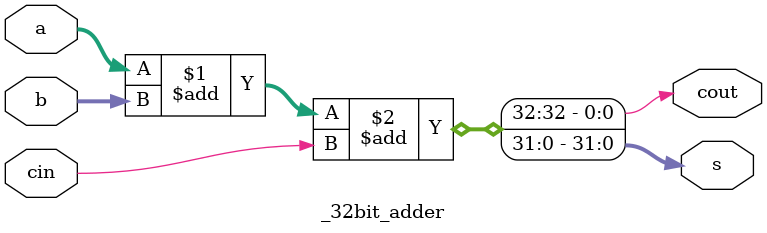
<source format=v>
`timescale 1ns / 1ps



module _32bit_adder(
    input [31:0] a,
    input [31:0] b,
    input cin,
    output cout,
    output [31:0] s
    );

    assign {cout, s} = a + b + cin;
endmodule

</source>
